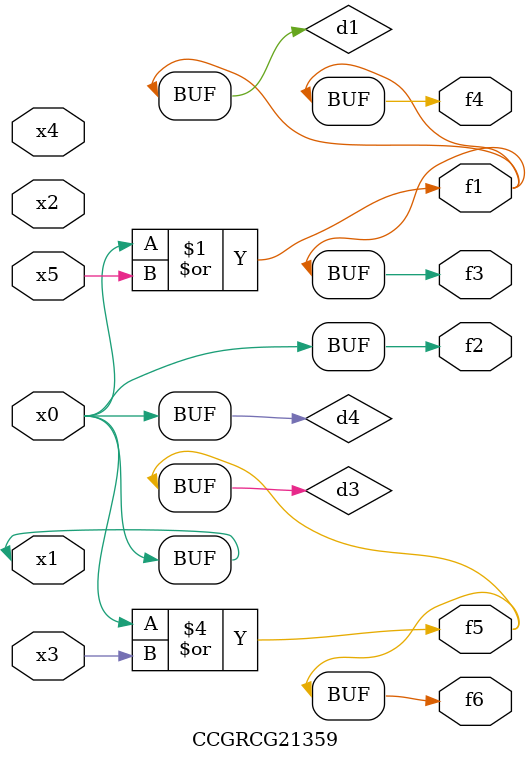
<source format=v>
module CCGRCG21359(
	input x0, x1, x2, x3, x4, x5,
	output f1, f2, f3, f4, f5, f6
);

	wire d1, d2, d3, d4;

	or (d1, x0, x5);
	xnor (d2, x1, x4);
	or (d3, x0, x3);
	buf (d4, x0, x1);
	assign f1 = d1;
	assign f2 = d4;
	assign f3 = d1;
	assign f4 = d1;
	assign f5 = d3;
	assign f6 = d3;
endmodule

</source>
